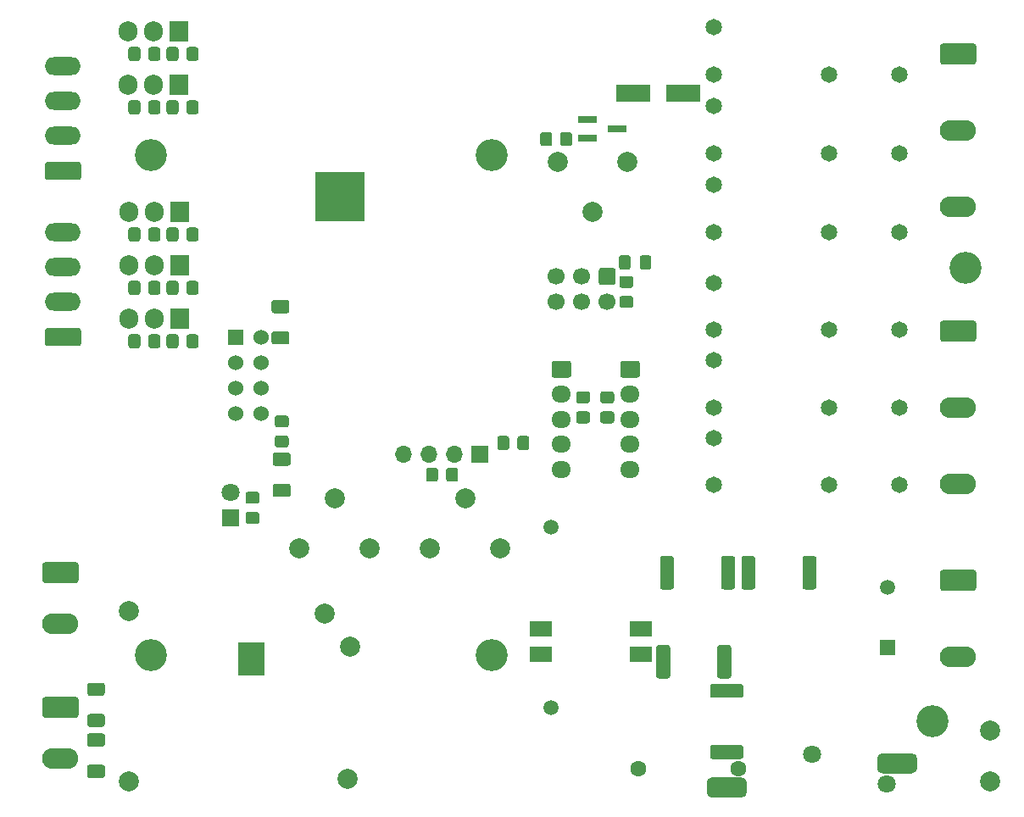
<source format=gbr>
%TF.GenerationSoftware,KiCad,Pcbnew,(5.1.8)-1*%
%TF.CreationDate,2021-03-17T21:52:09+01:00*%
%TF.ProjectId,sensactOutdoor,73656e73-6163-4744-9f75-74646f6f722e,rev?*%
%TF.SameCoordinates,Original*%
%TF.FileFunction,Soldermask,Bot*%
%TF.FilePolarity,Negative*%
%FSLAX46Y46*%
G04 Gerber Fmt 4.6, Leading zero omitted, Abs format (unit mm)*
G04 Created by KiCad (PCBNEW (5.1.8)-1) date 2021-03-17 21:52:09*
%MOMM*%
%LPD*%
G01*
G04 APERTURE LIST*
%ADD10C,3.200000*%
%ADD11R,2.300000X1.500000*%
%ADD12C,1.600000*%
%ADD13R,1.900000X0.800000*%
%ADD14C,2.000000*%
%ADD15R,3.500000X1.800000*%
%ADD16C,1.500000*%
%ADD17R,1.500000X1.500000*%
%ADD18C,1.800000*%
%ADD19O,1.700000X1.700000*%
%ADD20R,1.700000X1.700000*%
%ADD21C,1.524000*%
%ADD22R,1.524000X1.524000*%
%ADD23O,3.600000X2.100000*%
%ADD24C,0.100000*%
%ADD25O,1.905000X2.000000*%
%ADD26R,1.905000X2.000000*%
%ADD27C,1.650000*%
%ADD28O,1.950000X1.700000*%
%ADD29R,5.000000X5.000000*%
%ADD30C,1.700000*%
%ADD31O,3.600000X1.800000*%
%ADD32R,1.800000X1.800000*%
%ADD33O,3.600000X2.080000*%
G04 APERTURE END LIST*
%TO.C,R31*%
G36*
G01*
X95060000Y-89055001D02*
X95060000Y-86204999D01*
G75*
G02*
X95309999Y-85955000I249999J0D01*
G01*
X96210001Y-85955000D01*
G75*
G02*
X96460000Y-86204999I0J-249999D01*
G01*
X96460000Y-89055001D01*
G75*
G02*
X96210001Y-89305000I-249999J0D01*
G01*
X95309999Y-89305000D01*
G75*
G02*
X95060000Y-89055001I0J249999D01*
G01*
G37*
G36*
G01*
X88960000Y-89055001D02*
X88960000Y-86204999D01*
G75*
G02*
X89209999Y-85955000I249999J0D01*
G01*
X90110001Y-85955000D01*
G75*
G02*
X90360000Y-86204999I0J-249999D01*
G01*
X90360000Y-89055001D01*
G75*
G02*
X90110001Y-89305000I-249999J0D01*
G01*
X89209999Y-89305000D01*
G75*
G02*
X88960000Y-89055001I0J249999D01*
G01*
G37*
%TD*%
%TO.C,R32*%
G36*
G01*
X67180000Y-68510999D02*
X67180000Y-69411001D01*
G75*
G02*
X66930001Y-69661000I-249999J0D01*
G01*
X66229999Y-69661000D01*
G75*
G02*
X65980000Y-69411001I0J249999D01*
G01*
X65980000Y-68510999D01*
G75*
G02*
X66229999Y-68261000I249999J0D01*
G01*
X66930001Y-68261000D01*
G75*
G02*
X67180000Y-68510999I0J-249999D01*
G01*
G37*
G36*
G01*
X69180000Y-68510999D02*
X69180000Y-69411001D01*
G75*
G02*
X68930001Y-69661000I-249999J0D01*
G01*
X68229999Y-69661000D01*
G75*
G02*
X67980000Y-69411001I0J249999D01*
G01*
X67980000Y-68510999D01*
G75*
G02*
X68229999Y-68261000I249999J0D01*
G01*
X68930001Y-68261000D01*
G75*
G02*
X69180000Y-68510999I0J-249999D01*
G01*
G37*
%TD*%
%TO.C,Ce*%
G36*
G01*
X50911999Y-69861000D02*
X52212001Y-69861000D01*
G75*
G02*
X52462000Y-70110999I0J-249999D01*
G01*
X52462000Y-70936001D01*
G75*
G02*
X52212001Y-71186000I-249999J0D01*
G01*
X50911999Y-71186000D01*
G75*
G02*
X50662000Y-70936001I0J249999D01*
G01*
X50662000Y-70110999D01*
G75*
G02*
X50911999Y-69861000I249999J0D01*
G01*
G37*
G36*
G01*
X50911999Y-66736000D02*
X52212001Y-66736000D01*
G75*
G02*
X52462000Y-66985999I0J-249999D01*
G01*
X52462000Y-67811001D01*
G75*
G02*
X52212001Y-68061000I-249999J0D01*
G01*
X50911999Y-68061000D01*
G75*
G02*
X50662000Y-67811001I0J249999D01*
G01*
X50662000Y-66985999D01*
G75*
G02*
X50911999Y-66736000I249999J0D01*
G01*
G37*
%TD*%
%TO.C,J15*%
G36*
G01*
X97512000Y-101203000D02*
X94512000Y-101203000D01*
G75*
G02*
X94012000Y-100703000I0J500000D01*
G01*
X94012000Y-99703000D01*
G75*
G02*
X94512000Y-99203000I500000J0D01*
G01*
X97512000Y-99203000D01*
G75*
G02*
X98012000Y-99703000I0J-500000D01*
G01*
X98012000Y-100703000D01*
G75*
G02*
X97512000Y-101203000I-500000J0D01*
G01*
G37*
%TD*%
%TO.C,J14*%
G36*
G01*
X111530000Y-96790000D02*
X114530000Y-96790000D01*
G75*
G02*
X115030000Y-97290000I0J-500000D01*
G01*
X115030000Y-98290000D01*
G75*
G02*
X114530000Y-98790000I-500000J0D01*
G01*
X111530000Y-98790000D01*
G75*
G02*
X111030000Y-98290000I0J500000D01*
G01*
X111030000Y-97290000D01*
G75*
G02*
X111530000Y-96790000I500000J0D01*
G01*
G37*
%TD*%
D10*
%TO.C,H6*%
X116586000Y-93599000D03*
%TD*%
D11*
%TO.C,U8*%
X77423000Y-84328000D03*
X77423000Y-86868000D03*
X87423000Y-86868000D03*
X87423000Y-84328000D03*
%TD*%
%TO.C,R30*%
G36*
G01*
X94586999Y-95951000D02*
X97437001Y-95951000D01*
G75*
G02*
X97687000Y-96200999I0J-249999D01*
G01*
X97687000Y-97101001D01*
G75*
G02*
X97437001Y-97351000I-249999J0D01*
G01*
X94586999Y-97351000D01*
G75*
G02*
X94337000Y-97101001I0J249999D01*
G01*
X94337000Y-96200999D01*
G75*
G02*
X94586999Y-95951000I249999J0D01*
G01*
G37*
G36*
G01*
X94586999Y-89851000D02*
X97437001Y-89851000D01*
G75*
G02*
X97687000Y-90100999I0J-249999D01*
G01*
X97687000Y-91001001D01*
G75*
G02*
X97437001Y-91251000I-249999J0D01*
G01*
X94586999Y-91251000D01*
G75*
G02*
X94337000Y-91001001I0J249999D01*
G01*
X94337000Y-90100999D01*
G75*
G02*
X94586999Y-89851000I249999J0D01*
G01*
G37*
%TD*%
%TO.C,R28*%
G36*
G01*
X103569000Y-80165001D02*
X103569000Y-77314999D01*
G75*
G02*
X103818999Y-77065000I249999J0D01*
G01*
X104719001Y-77065000D01*
G75*
G02*
X104969000Y-77314999I0J-249999D01*
G01*
X104969000Y-80165001D01*
G75*
G02*
X104719001Y-80415000I-249999J0D01*
G01*
X103818999Y-80415000D01*
G75*
G02*
X103569000Y-80165001I0J249999D01*
G01*
G37*
G36*
G01*
X97469000Y-80165001D02*
X97469000Y-77314999D01*
G75*
G02*
X97718999Y-77065000I249999J0D01*
G01*
X98619001Y-77065000D01*
G75*
G02*
X98869000Y-77314999I0J-249999D01*
G01*
X98869000Y-80165001D01*
G75*
G02*
X98619001Y-80415000I-249999J0D01*
G01*
X97718999Y-80415000D01*
G75*
G02*
X97469000Y-80165001I0J249999D01*
G01*
G37*
%TD*%
%TO.C,R16*%
G36*
G01*
X95441000Y-80165001D02*
X95441000Y-77314999D01*
G75*
G02*
X95690999Y-77065000I249999J0D01*
G01*
X96591001Y-77065000D01*
G75*
G02*
X96841000Y-77314999I0J-249999D01*
G01*
X96841000Y-80165001D01*
G75*
G02*
X96591001Y-80415000I-249999J0D01*
G01*
X95690999Y-80415000D01*
G75*
G02*
X95441000Y-80165001I0J249999D01*
G01*
G37*
G36*
G01*
X89341000Y-80165001D02*
X89341000Y-77314999D01*
G75*
G02*
X89590999Y-77065000I249999J0D01*
G01*
X90491001Y-77065000D01*
G75*
G02*
X90741000Y-77314999I0J-249999D01*
G01*
X90741000Y-80165001D01*
G75*
G02*
X90491001Y-80415000I-249999J0D01*
G01*
X89590999Y-80415000D01*
G75*
G02*
X89341000Y-80165001I0J249999D01*
G01*
G37*
%TD*%
D12*
%TO.C,C23*%
X87155000Y-98298000D03*
X97155000Y-98298000D03*
%TD*%
%TO.C,R29*%
G36*
G01*
X52012001Y-64227000D02*
X51111999Y-64227000D01*
G75*
G02*
X50862000Y-63977001I0J249999D01*
G01*
X50862000Y-63276999D01*
G75*
G02*
X51111999Y-63027000I249999J0D01*
G01*
X52012001Y-63027000D01*
G75*
G02*
X52262000Y-63276999I0J-249999D01*
G01*
X52262000Y-63977001D01*
G75*
G02*
X52012001Y-64227000I-249999J0D01*
G01*
G37*
G36*
G01*
X52012001Y-66227000D02*
X51111999Y-66227000D01*
G75*
G02*
X50862000Y-65977001I0J249999D01*
G01*
X50862000Y-65276999D01*
G75*
G02*
X51111999Y-65027000I249999J0D01*
G01*
X52012001Y-65027000D01*
G75*
G02*
X52262000Y-65276999I0J-249999D01*
G01*
X52262000Y-65977001D01*
G75*
G02*
X52012001Y-66227000I-249999J0D01*
G01*
G37*
%TD*%
D13*
%TO.C,Q6*%
X85066000Y-34417000D03*
X82066000Y-33467000D03*
X82066000Y-35367000D03*
%TD*%
D14*
%TO.C,J13*%
X79121000Y-37672000D03*
X82621000Y-42672000D03*
X86121001Y-37672000D03*
%TD*%
%TO.C,J12*%
X73395601Y-76327000D03*
X69895601Y-71327000D03*
X66395600Y-76327000D03*
%TD*%
%TO.C,J10*%
X60340001Y-76327000D03*
X56840001Y-71327000D03*
X53340000Y-76327000D03*
%TD*%
D15*
%TO.C,D4*%
X91654000Y-30861000D03*
X86654000Y-30861000D03*
%TD*%
D16*
%TO.C,PS1*%
X78450000Y-74202000D03*
X78450000Y-92202000D03*
X112050000Y-80202000D03*
D17*
X112050000Y-86202000D03*
%TD*%
D18*
%TO.C,RV1*%
X104514000Y-96922000D03*
X112014000Y-99822000D03*
%TD*%
D14*
%TO.C,F1*%
X122301000Y-94488000D03*
X122301000Y-99568000D03*
%TD*%
%TO.C,TP4*%
X36322000Y-99568000D03*
%TD*%
%TO.C,TP2*%
X58166000Y-99314000D03*
%TD*%
D19*
%TO.C,U7*%
X63754000Y-66929000D03*
X66294000Y-66929000D03*
X68834000Y-66929000D03*
D20*
X71374000Y-66929000D03*
%TD*%
%TO.C,C22*%
G36*
G01*
X52085001Y-52821000D02*
X50784999Y-52821000D01*
G75*
G02*
X50535000Y-52571001I0J249999D01*
G01*
X50535000Y-51745999D01*
G75*
G02*
X50784999Y-51496000I249999J0D01*
G01*
X52085001Y-51496000D01*
G75*
G02*
X52335000Y-51745999I0J-249999D01*
G01*
X52335000Y-52571001D01*
G75*
G02*
X52085001Y-52821000I-249999J0D01*
G01*
G37*
G36*
G01*
X52085001Y-55946000D02*
X50784999Y-55946000D01*
G75*
G02*
X50535000Y-55696001I0J249999D01*
G01*
X50535000Y-54870999D01*
G75*
G02*
X50784999Y-54621000I249999J0D01*
G01*
X52085001Y-54621000D01*
G75*
G02*
X52335000Y-54870999I0J-249999D01*
G01*
X52335000Y-55696001D01*
G75*
G02*
X52085001Y-55946000I-249999J0D01*
G01*
G37*
%TD*%
D21*
%TO.C,U6*%
X49530000Y-62865000D03*
X46990000Y-62865000D03*
X49530000Y-60325000D03*
X46990000Y-60325000D03*
X49530000Y-57785000D03*
X46990000Y-57785000D03*
X49530000Y-55245000D03*
D22*
X46990000Y-55245000D03*
%TD*%
D14*
%TO.C,TP3*%
X58420000Y-86106000D03*
%TD*%
%TO.C,TP5*%
X36322000Y-82550000D03*
%TD*%
%TO.C,TP1*%
X55880000Y-82804000D03*
%TD*%
D10*
%TO.C,H5*%
X119888000Y-48260000D03*
%TD*%
D23*
%TO.C,J9*%
X119126000Y-87122000D03*
G36*
G01*
X117576000Y-78452000D02*
X120676000Y-78452000D01*
G75*
G02*
X120926000Y-78702000I0J-250000D01*
G01*
X120926000Y-80302000D01*
G75*
G02*
X120676000Y-80552000I-250000J0D01*
G01*
X117576000Y-80552000D01*
G75*
G02*
X117326000Y-80302000I0J250000D01*
G01*
X117326000Y-78702000D01*
G75*
G02*
X117576000Y-78452000I250000J0D01*
G01*
G37*
%TD*%
%TO.C,J3*%
X119126000Y-69850000D03*
X119126000Y-62230000D03*
G36*
G01*
X117576000Y-53560000D02*
X120676000Y-53560000D01*
G75*
G02*
X120926000Y-53810000I0J-250000D01*
G01*
X120926000Y-55410000D01*
G75*
G02*
X120676000Y-55660000I-250000J0D01*
G01*
X117576000Y-55660000D01*
G75*
G02*
X117326000Y-55410000I0J250000D01*
G01*
X117326000Y-53810000D01*
G75*
G02*
X117576000Y-53560000I250000J0D01*
G01*
G37*
%TD*%
%TO.C,J2*%
X119126000Y-42164000D03*
X119126000Y-34544000D03*
G36*
G01*
X117576000Y-25874000D02*
X120676000Y-25874000D01*
G75*
G02*
X120926000Y-26124000I0J-250000D01*
G01*
X120926000Y-27724000D01*
G75*
G02*
X120676000Y-27974000I-250000J0D01*
G01*
X117576000Y-27974000D01*
G75*
G02*
X117326000Y-27724000I0J250000D01*
G01*
X117326000Y-26124000D01*
G75*
G02*
X117576000Y-25874000I250000J0D01*
G01*
G37*
%TD*%
D24*
%TO.C,U2*%
G36*
X49814000Y-85726000D02*
G01*
X49814000Y-89026000D01*
X47214000Y-89026000D01*
X47214000Y-85726000D01*
X49814000Y-85726000D01*
G37*
%TD*%
%TO.C,R27*%
G36*
G01*
X75092000Y-66236001D02*
X75092000Y-65335999D01*
G75*
G02*
X75341999Y-65086000I249999J0D01*
G01*
X76042001Y-65086000D01*
G75*
G02*
X76292000Y-65335999I0J-249999D01*
G01*
X76292000Y-66236001D01*
G75*
G02*
X76042001Y-66486000I-249999J0D01*
G01*
X75341999Y-66486000D01*
G75*
G02*
X75092000Y-66236001I0J249999D01*
G01*
G37*
G36*
G01*
X73092000Y-66236001D02*
X73092000Y-65335999D01*
G75*
G02*
X73341999Y-65086000I249999J0D01*
G01*
X74042001Y-65086000D01*
G75*
G02*
X74292000Y-65335999I0J-249999D01*
G01*
X74292000Y-66236001D01*
G75*
G02*
X74042001Y-66486000I-249999J0D01*
G01*
X73341999Y-66486000D01*
G75*
G02*
X73092000Y-66236001I0J249999D01*
G01*
G37*
%TD*%
D25*
%TO.C,Q3*%
X36195000Y-29972000D03*
X38735000Y-29972000D03*
D26*
X41275000Y-29972000D03*
%TD*%
D27*
%TO.C,K6*%
X113242000Y-69977000D03*
X106242000Y-69977000D03*
X94742000Y-65277000D03*
X94742000Y-69977000D03*
%TD*%
%TO.C,K5*%
X113242000Y-62230000D03*
X106242000Y-62230000D03*
X94742000Y-57530000D03*
X94742000Y-62230000D03*
%TD*%
%TO.C,K4*%
X113242000Y-54483000D03*
X106242000Y-54483000D03*
X94742000Y-49783000D03*
X94742000Y-54483000D03*
%TD*%
%TO.C,K3*%
X113242000Y-44704000D03*
X106242000Y-44704000D03*
X94742000Y-40004000D03*
X94742000Y-44704000D03*
%TD*%
%TO.C,K2*%
X113242000Y-36830000D03*
X106242000Y-36830000D03*
X94742000Y-32130000D03*
X94742000Y-36830000D03*
%TD*%
%TO.C,K1*%
X113242000Y-28956000D03*
X106242000Y-28956000D03*
X94742000Y-24256000D03*
X94742000Y-28956000D03*
%TD*%
D28*
%TO.C,J11*%
X79502000Y-68420000D03*
X79502000Y-65920000D03*
X79502000Y-63420000D03*
X79502000Y-60920000D03*
G36*
G01*
X78777000Y-57570000D02*
X80227000Y-57570000D01*
G75*
G02*
X80477000Y-57820000I0J-250000D01*
G01*
X80477000Y-59020000D01*
G75*
G02*
X80227000Y-59270000I-250000J0D01*
G01*
X78777000Y-59270000D01*
G75*
G02*
X78527000Y-59020000I0J250000D01*
G01*
X78527000Y-57820000D01*
G75*
G02*
X78777000Y-57570000I250000J0D01*
G01*
G37*
%TD*%
%TO.C,R26*%
G36*
G01*
X82111001Y-61830000D02*
X81210999Y-61830000D01*
G75*
G02*
X80961000Y-61580001I0J249999D01*
G01*
X80961000Y-60879999D01*
G75*
G02*
X81210999Y-60630000I249999J0D01*
G01*
X82111001Y-60630000D01*
G75*
G02*
X82361000Y-60879999I0J-249999D01*
G01*
X82361000Y-61580001D01*
G75*
G02*
X82111001Y-61830000I-249999J0D01*
G01*
G37*
G36*
G01*
X82111001Y-63830000D02*
X81210999Y-63830000D01*
G75*
G02*
X80961000Y-63580001I0J249999D01*
G01*
X80961000Y-62879999D01*
G75*
G02*
X81210999Y-62630000I249999J0D01*
G01*
X82111001Y-62630000D01*
G75*
G02*
X82361000Y-62879999I0J-249999D01*
G01*
X82361000Y-63580001D01*
G75*
G02*
X82111001Y-63830000I-249999J0D01*
G01*
G37*
%TD*%
%TO.C,R25*%
G36*
G01*
X84524001Y-61830000D02*
X83623999Y-61830000D01*
G75*
G02*
X83374000Y-61580001I0J249999D01*
G01*
X83374000Y-60879999D01*
G75*
G02*
X83623999Y-60630000I249999J0D01*
G01*
X84524001Y-60630000D01*
G75*
G02*
X84774000Y-60879999I0J-249999D01*
G01*
X84774000Y-61580001D01*
G75*
G02*
X84524001Y-61830000I-249999J0D01*
G01*
G37*
G36*
G01*
X84524001Y-63830000D02*
X83623999Y-63830000D01*
G75*
G02*
X83374000Y-63580001I0J249999D01*
G01*
X83374000Y-62879999D01*
G75*
G02*
X83623999Y-62630000I249999J0D01*
G01*
X84524001Y-62630000D01*
G75*
G02*
X84774000Y-62879999I0J-249999D01*
G01*
X84774000Y-63580001D01*
G75*
G02*
X84524001Y-63830000I-249999J0D01*
G01*
G37*
%TD*%
D29*
%TO.C,U1*%
X57404000Y-41148000D03*
%TD*%
%TO.C,R9*%
G36*
G01*
X85528999Y-51089000D02*
X86429001Y-51089000D01*
G75*
G02*
X86679000Y-51338999I0J-249999D01*
G01*
X86679000Y-52039001D01*
G75*
G02*
X86429001Y-52289000I-249999J0D01*
G01*
X85528999Y-52289000D01*
G75*
G02*
X85279000Y-52039001I0J249999D01*
G01*
X85279000Y-51338999D01*
G75*
G02*
X85528999Y-51089000I249999J0D01*
G01*
G37*
G36*
G01*
X85528999Y-49089000D02*
X86429001Y-49089000D01*
G75*
G02*
X86679000Y-49338999I0J-249999D01*
G01*
X86679000Y-50039001D01*
G75*
G02*
X86429001Y-50289000I-249999J0D01*
G01*
X85528999Y-50289000D01*
G75*
G02*
X85279000Y-50039001I0J249999D01*
G01*
X85279000Y-49338999D01*
G75*
G02*
X85528999Y-49089000I249999J0D01*
G01*
G37*
%TD*%
%TO.C,C15*%
G36*
G01*
X86418000Y-47277000D02*
X86418000Y-48227000D01*
G75*
G02*
X86168000Y-48477000I-250000J0D01*
G01*
X85493000Y-48477000D01*
G75*
G02*
X85243000Y-48227000I0J250000D01*
G01*
X85243000Y-47277000D01*
G75*
G02*
X85493000Y-47027000I250000J0D01*
G01*
X86168000Y-47027000D01*
G75*
G02*
X86418000Y-47277000I0J-250000D01*
G01*
G37*
G36*
G01*
X88493000Y-47277000D02*
X88493000Y-48227000D01*
G75*
G02*
X88243000Y-48477000I-250000J0D01*
G01*
X87568000Y-48477000D01*
G75*
G02*
X87318000Y-48227000I0J250000D01*
G01*
X87318000Y-47277000D01*
G75*
G02*
X87568000Y-47027000I250000J0D01*
G01*
X88243000Y-47027000D01*
G75*
G02*
X88493000Y-47277000I0J-250000D01*
G01*
G37*
%TD*%
%TO.C,R21*%
G36*
G01*
X41256000Y-49841999D02*
X41256000Y-50742001D01*
G75*
G02*
X41006001Y-50992000I-249999J0D01*
G01*
X40305999Y-50992000D01*
G75*
G02*
X40056000Y-50742001I0J249999D01*
G01*
X40056000Y-49841999D01*
G75*
G02*
X40305999Y-49592000I249999J0D01*
G01*
X41006001Y-49592000D01*
G75*
G02*
X41256000Y-49841999I0J-249999D01*
G01*
G37*
G36*
G01*
X43256000Y-49841999D02*
X43256000Y-50742001D01*
G75*
G02*
X43006001Y-50992000I-249999J0D01*
G01*
X42305999Y-50992000D01*
G75*
G02*
X42056000Y-50742001I0J249999D01*
G01*
X42056000Y-49841999D01*
G75*
G02*
X42305999Y-49592000I249999J0D01*
G01*
X43006001Y-49592000D01*
G75*
G02*
X43256000Y-49841999I0J-249999D01*
G01*
G37*
%TD*%
%TO.C,R19*%
G36*
G01*
X41256000Y-44507999D02*
X41256000Y-45408001D01*
G75*
G02*
X41006001Y-45658000I-249999J0D01*
G01*
X40305999Y-45658000D01*
G75*
G02*
X40056000Y-45408001I0J249999D01*
G01*
X40056000Y-44507999D01*
G75*
G02*
X40305999Y-44258000I249999J0D01*
G01*
X41006001Y-44258000D01*
G75*
G02*
X41256000Y-44507999I0J-249999D01*
G01*
G37*
G36*
G01*
X43256000Y-44507999D02*
X43256000Y-45408001D01*
G75*
G02*
X43006001Y-45658000I-249999J0D01*
G01*
X42305999Y-45658000D01*
G75*
G02*
X42056000Y-45408001I0J249999D01*
G01*
X42056000Y-44507999D01*
G75*
G02*
X42305999Y-44258000I249999J0D01*
G01*
X43006001Y-44258000D01*
G75*
G02*
X43256000Y-44507999I0J-249999D01*
G01*
G37*
%TD*%
D28*
%TO.C,J7*%
X86360000Y-68420000D03*
X86360000Y-65920000D03*
X86360000Y-63420000D03*
X86360000Y-60920000D03*
G36*
G01*
X85635000Y-57570000D02*
X87085000Y-57570000D01*
G75*
G02*
X87335000Y-57820000I0J-250000D01*
G01*
X87335000Y-59020000D01*
G75*
G02*
X87085000Y-59270000I-250000J0D01*
G01*
X85635000Y-59270000D01*
G75*
G02*
X85385000Y-59020000I0J250000D01*
G01*
X85385000Y-57820000D01*
G75*
G02*
X85635000Y-57570000I250000J0D01*
G01*
G37*
%TD*%
D30*
%TO.C,J4*%
X78994000Y-51689000D03*
X81534000Y-51689000D03*
X84074000Y-51689000D03*
X78994000Y-49149000D03*
X81534000Y-49149000D03*
G36*
G01*
X83474000Y-48299000D02*
X84674000Y-48299000D01*
G75*
G02*
X84924000Y-48549000I0J-250000D01*
G01*
X84924000Y-49749000D01*
G75*
G02*
X84674000Y-49999000I-250000J0D01*
G01*
X83474000Y-49999000D01*
G75*
G02*
X83224000Y-49749000I0J250000D01*
G01*
X83224000Y-48549000D01*
G75*
G02*
X83474000Y-48299000I250000J0D01*
G01*
G37*
%TD*%
D31*
%TO.C,J8*%
X29718000Y-44704000D03*
X29718000Y-48204000D03*
X29718000Y-51704000D03*
G36*
G01*
X31268000Y-56104000D02*
X28168000Y-56104000D01*
G75*
G02*
X27918000Y-55854000I0J250000D01*
G01*
X27918000Y-54554000D01*
G75*
G02*
X28168000Y-54304000I250000J0D01*
G01*
X31268000Y-54304000D01*
G75*
G02*
X31518000Y-54554000I0J-250000D01*
G01*
X31518000Y-55854000D01*
G75*
G02*
X31268000Y-56104000I-250000J0D01*
G01*
G37*
%TD*%
D10*
%TO.C,H3*%
X38500000Y-87000000D03*
%TD*%
%TO.C,R22*%
G36*
G01*
X37446000Y-49841999D02*
X37446000Y-50742001D01*
G75*
G02*
X37196001Y-50992000I-249999J0D01*
G01*
X36495999Y-50992000D01*
G75*
G02*
X36246000Y-50742001I0J249999D01*
G01*
X36246000Y-49841999D01*
G75*
G02*
X36495999Y-49592000I249999J0D01*
G01*
X37196001Y-49592000D01*
G75*
G02*
X37446000Y-49841999I0J-249999D01*
G01*
G37*
G36*
G01*
X39446000Y-49841999D02*
X39446000Y-50742001D01*
G75*
G02*
X39196001Y-50992000I-249999J0D01*
G01*
X38495999Y-50992000D01*
G75*
G02*
X38246000Y-50742001I0J249999D01*
G01*
X38246000Y-49841999D01*
G75*
G02*
X38495999Y-49592000I249999J0D01*
G01*
X39196001Y-49592000D01*
G75*
G02*
X39446000Y-49841999I0J-249999D01*
G01*
G37*
%TD*%
%TO.C,R20*%
G36*
G01*
X37446000Y-44507999D02*
X37446000Y-45408001D01*
G75*
G02*
X37196001Y-45658000I-249999J0D01*
G01*
X36495999Y-45658000D01*
G75*
G02*
X36246000Y-45408001I0J249999D01*
G01*
X36246000Y-44507999D01*
G75*
G02*
X36495999Y-44258000I249999J0D01*
G01*
X37196001Y-44258000D01*
G75*
G02*
X37446000Y-44507999I0J-249999D01*
G01*
G37*
G36*
G01*
X39446000Y-44507999D02*
X39446000Y-45408001D01*
G75*
G02*
X39196001Y-45658000I-249999J0D01*
G01*
X38495999Y-45658000D01*
G75*
G02*
X38246000Y-45408001I0J249999D01*
G01*
X38246000Y-44507999D01*
G75*
G02*
X38495999Y-44258000I249999J0D01*
G01*
X39196001Y-44258000D01*
G75*
G02*
X39446000Y-44507999I0J-249999D01*
G01*
G37*
%TD*%
%TO.C,R18*%
G36*
G01*
X37446000Y-31807999D02*
X37446000Y-32708001D01*
G75*
G02*
X37196001Y-32958000I-249999J0D01*
G01*
X36495999Y-32958000D01*
G75*
G02*
X36246000Y-32708001I0J249999D01*
G01*
X36246000Y-31807999D01*
G75*
G02*
X36495999Y-31558000I249999J0D01*
G01*
X37196001Y-31558000D01*
G75*
G02*
X37446000Y-31807999I0J-249999D01*
G01*
G37*
G36*
G01*
X39446000Y-31807999D02*
X39446000Y-32708001D01*
G75*
G02*
X39196001Y-32958000I-249999J0D01*
G01*
X38495999Y-32958000D01*
G75*
G02*
X38246000Y-32708001I0J249999D01*
G01*
X38246000Y-31807999D01*
G75*
G02*
X38495999Y-31558000I249999J0D01*
G01*
X39196001Y-31558000D01*
G75*
G02*
X39446000Y-31807999I0J-249999D01*
G01*
G37*
%TD*%
%TO.C,R17*%
G36*
G01*
X41256000Y-31807999D02*
X41256000Y-32708001D01*
G75*
G02*
X41006001Y-32958000I-249999J0D01*
G01*
X40305999Y-32958000D01*
G75*
G02*
X40056000Y-32708001I0J249999D01*
G01*
X40056000Y-31807999D01*
G75*
G02*
X40305999Y-31558000I249999J0D01*
G01*
X41006001Y-31558000D01*
G75*
G02*
X41256000Y-31807999I0J-249999D01*
G01*
G37*
G36*
G01*
X43256000Y-31807999D02*
X43256000Y-32708001D01*
G75*
G02*
X43006001Y-32958000I-249999J0D01*
G01*
X42305999Y-32958000D01*
G75*
G02*
X42056000Y-32708001I0J249999D01*
G01*
X42056000Y-31807999D01*
G75*
G02*
X42305999Y-31558000I249999J0D01*
G01*
X43006001Y-31558000D01*
G75*
G02*
X43256000Y-31807999I0J-249999D01*
G01*
G37*
%TD*%
%TO.C,R15*%
G36*
G01*
X37446000Y-26473999D02*
X37446000Y-27374001D01*
G75*
G02*
X37196001Y-27624000I-249999J0D01*
G01*
X36495999Y-27624000D01*
G75*
G02*
X36246000Y-27374001I0J249999D01*
G01*
X36246000Y-26473999D01*
G75*
G02*
X36495999Y-26224000I249999J0D01*
G01*
X37196001Y-26224000D01*
G75*
G02*
X37446000Y-26473999I0J-249999D01*
G01*
G37*
G36*
G01*
X39446000Y-26473999D02*
X39446000Y-27374001D01*
G75*
G02*
X39196001Y-27624000I-249999J0D01*
G01*
X38495999Y-27624000D01*
G75*
G02*
X38246000Y-27374001I0J249999D01*
G01*
X38246000Y-26473999D01*
G75*
G02*
X38495999Y-26224000I249999J0D01*
G01*
X39196001Y-26224000D01*
G75*
G02*
X39446000Y-26473999I0J-249999D01*
G01*
G37*
%TD*%
%TO.C,R14*%
G36*
G01*
X41256000Y-26473999D02*
X41256000Y-27374001D01*
G75*
G02*
X41006001Y-27624000I-249999J0D01*
G01*
X40305999Y-27624000D01*
G75*
G02*
X40056000Y-27374001I0J249999D01*
G01*
X40056000Y-26473999D01*
G75*
G02*
X40305999Y-26224000I249999J0D01*
G01*
X41006001Y-26224000D01*
G75*
G02*
X41256000Y-26473999I0J-249999D01*
G01*
G37*
G36*
G01*
X43256000Y-26473999D02*
X43256000Y-27374001D01*
G75*
G02*
X43006001Y-27624000I-249999J0D01*
G01*
X42305999Y-27624000D01*
G75*
G02*
X42056000Y-27374001I0J249999D01*
G01*
X42056000Y-26473999D01*
G75*
G02*
X42305999Y-26224000I249999J0D01*
G01*
X43006001Y-26224000D01*
G75*
G02*
X43256000Y-26473999I0J-249999D01*
G01*
G37*
%TD*%
%TO.C,R13*%
G36*
G01*
X49091001Y-71863000D02*
X48190999Y-71863000D01*
G75*
G02*
X47941000Y-71613001I0J249999D01*
G01*
X47941000Y-70912999D01*
G75*
G02*
X48190999Y-70663000I249999J0D01*
G01*
X49091001Y-70663000D01*
G75*
G02*
X49341000Y-70912999I0J-249999D01*
G01*
X49341000Y-71613001D01*
G75*
G02*
X49091001Y-71863000I-249999J0D01*
G01*
G37*
G36*
G01*
X49091001Y-73863000D02*
X48190999Y-73863000D01*
G75*
G02*
X47941000Y-73613001I0J249999D01*
G01*
X47941000Y-72912999D01*
G75*
G02*
X48190999Y-72663000I249999J0D01*
G01*
X49091001Y-72663000D01*
G75*
G02*
X49341000Y-72912999I0J-249999D01*
G01*
X49341000Y-73613001D01*
G75*
G02*
X49091001Y-73863000I-249999J0D01*
G01*
G37*
%TD*%
%TO.C,R12*%
G36*
G01*
X37446000Y-55175999D02*
X37446000Y-56076001D01*
G75*
G02*
X37196001Y-56326000I-249999J0D01*
G01*
X36495999Y-56326000D01*
G75*
G02*
X36246000Y-56076001I0J249999D01*
G01*
X36246000Y-55175999D01*
G75*
G02*
X36495999Y-54926000I249999J0D01*
G01*
X37196001Y-54926000D01*
G75*
G02*
X37446000Y-55175999I0J-249999D01*
G01*
G37*
G36*
G01*
X39446000Y-55175999D02*
X39446000Y-56076001D01*
G75*
G02*
X39196001Y-56326000I-249999J0D01*
G01*
X38495999Y-56326000D01*
G75*
G02*
X38246000Y-56076001I0J249999D01*
G01*
X38246000Y-55175999D01*
G75*
G02*
X38495999Y-54926000I249999J0D01*
G01*
X39196001Y-54926000D01*
G75*
G02*
X39446000Y-55175999I0J-249999D01*
G01*
G37*
%TD*%
%TO.C,R11*%
G36*
G01*
X41256000Y-55175999D02*
X41256000Y-56076001D01*
G75*
G02*
X41006001Y-56326000I-249999J0D01*
G01*
X40305999Y-56326000D01*
G75*
G02*
X40056000Y-56076001I0J249999D01*
G01*
X40056000Y-55175999D01*
G75*
G02*
X40305999Y-54926000I249999J0D01*
G01*
X41006001Y-54926000D01*
G75*
G02*
X41256000Y-55175999I0J-249999D01*
G01*
G37*
G36*
G01*
X43256000Y-55175999D02*
X43256000Y-56076001D01*
G75*
G02*
X43006001Y-56326000I-249999J0D01*
G01*
X42305999Y-56326000D01*
G75*
G02*
X42056000Y-56076001I0J249999D01*
G01*
X42056000Y-55175999D01*
G75*
G02*
X42305999Y-54926000I249999J0D01*
G01*
X43006001Y-54926000D01*
G75*
G02*
X43256000Y-55175999I0J-249999D01*
G01*
G37*
%TD*%
%TO.C,R5*%
G36*
G01*
X79378000Y-35883001D02*
X79378000Y-34982999D01*
G75*
G02*
X79627999Y-34733000I249999J0D01*
G01*
X80328001Y-34733000D01*
G75*
G02*
X80578000Y-34982999I0J-249999D01*
G01*
X80578000Y-35883001D01*
G75*
G02*
X80328001Y-36133000I-249999J0D01*
G01*
X79627999Y-36133000D01*
G75*
G02*
X79378000Y-35883001I0J249999D01*
G01*
G37*
G36*
G01*
X77378000Y-35883001D02*
X77378000Y-34982999D01*
G75*
G02*
X77627999Y-34733000I249999J0D01*
G01*
X78328001Y-34733000D01*
G75*
G02*
X78578000Y-34982999I0J-249999D01*
G01*
X78578000Y-35883001D01*
G75*
G02*
X78328001Y-36133000I-249999J0D01*
G01*
X77627999Y-36133000D01*
G75*
G02*
X77378000Y-35883001I0J249999D01*
G01*
G37*
%TD*%
D18*
%TO.C,D3*%
X46482000Y-70739000D03*
D32*
X46482000Y-73279000D03*
%TD*%
D10*
%TO.C,H4*%
X72500000Y-87000000D03*
%TD*%
D25*
%TO.C,Q4*%
X36322000Y-42672000D03*
X38862000Y-42672000D03*
D26*
X41402000Y-42672000D03*
%TD*%
%TO.C,R2*%
G36*
G01*
X32395000Y-92848000D02*
X33645000Y-92848000D01*
G75*
G02*
X33895000Y-93098000I0J-250000D01*
G01*
X33895000Y-93898000D01*
G75*
G02*
X33645000Y-94148000I-250000J0D01*
G01*
X32395000Y-94148000D01*
G75*
G02*
X32145000Y-93898000I0J250000D01*
G01*
X32145000Y-93098000D01*
G75*
G02*
X32395000Y-92848000I250000J0D01*
G01*
G37*
G36*
G01*
X32395000Y-89748000D02*
X33645000Y-89748000D01*
G75*
G02*
X33895000Y-89998000I0J-250000D01*
G01*
X33895000Y-90798000D01*
G75*
G02*
X33645000Y-91048000I-250000J0D01*
G01*
X32395000Y-91048000D01*
G75*
G02*
X32145000Y-90798000I0J250000D01*
G01*
X32145000Y-89998000D01*
G75*
G02*
X32395000Y-89748000I250000J0D01*
G01*
G37*
%TD*%
D25*
%TO.C,Q5*%
X36322000Y-48006000D03*
X38862000Y-48006000D03*
D26*
X41402000Y-48006000D03*
%TD*%
D25*
%TO.C,Q2*%
X36195000Y-24638000D03*
X38735000Y-24638000D03*
D26*
X41275000Y-24638000D03*
%TD*%
D25*
%TO.C,Q1*%
X36322000Y-53340000D03*
X38862000Y-53340000D03*
D26*
X41402000Y-53340000D03*
%TD*%
D31*
%TO.C,J6*%
X29718000Y-28108000D03*
X29718000Y-31608000D03*
X29718000Y-35108000D03*
G36*
G01*
X31268000Y-39508000D02*
X28168000Y-39508000D01*
G75*
G02*
X27918000Y-39258000I0J250000D01*
G01*
X27918000Y-37958000D01*
G75*
G02*
X28168000Y-37708000I250000J0D01*
G01*
X31268000Y-37708000D01*
G75*
G02*
X31518000Y-37958000I0J-250000D01*
G01*
X31518000Y-39258000D01*
G75*
G02*
X31268000Y-39508000I-250000J0D01*
G01*
G37*
%TD*%
D33*
%TO.C,J5*%
X29464000Y-97282000D03*
G36*
G01*
X27913999Y-91162000D02*
X31014001Y-91162000D01*
G75*
G02*
X31264000Y-91411999I0J-249999D01*
G01*
X31264000Y-92992001D01*
G75*
G02*
X31014001Y-93242000I-249999J0D01*
G01*
X27913999Y-93242000D01*
G75*
G02*
X27664000Y-92992001I0J249999D01*
G01*
X27664000Y-91411999D01*
G75*
G02*
X27913999Y-91162000I249999J0D01*
G01*
G37*
%TD*%
%TO.C,J1*%
X29464000Y-83820000D03*
G36*
G01*
X27913999Y-77700000D02*
X31014001Y-77700000D01*
G75*
G02*
X31264000Y-77949999I0J-249999D01*
G01*
X31264000Y-79530001D01*
G75*
G02*
X31014001Y-79780000I-249999J0D01*
G01*
X27913999Y-79780000D01*
G75*
G02*
X27664000Y-79530001I0J249999D01*
G01*
X27664000Y-77949999D01*
G75*
G02*
X27913999Y-77700000I249999J0D01*
G01*
G37*
%TD*%
D10*
%TO.C,H2*%
X38500000Y-37000000D03*
%TD*%
%TO.C,H1*%
X72500000Y-37000000D03*
%TD*%
%TO.C,C10*%
G36*
G01*
X33670001Y-96128000D02*
X32369999Y-96128000D01*
G75*
G02*
X32120000Y-95878001I0J249999D01*
G01*
X32120000Y-95052999D01*
G75*
G02*
X32369999Y-94803000I249999J0D01*
G01*
X33670001Y-94803000D01*
G75*
G02*
X33920000Y-95052999I0J-249999D01*
G01*
X33920000Y-95878001D01*
G75*
G02*
X33670001Y-96128000I-249999J0D01*
G01*
G37*
G36*
G01*
X33670001Y-99253000D02*
X32369999Y-99253000D01*
G75*
G02*
X32120000Y-99003001I0J249999D01*
G01*
X32120000Y-98177999D01*
G75*
G02*
X32369999Y-97928000I249999J0D01*
G01*
X33670001Y-97928000D01*
G75*
G02*
X33920000Y-98177999I0J-249999D01*
G01*
X33920000Y-99003001D01*
G75*
G02*
X33670001Y-99253000I-249999J0D01*
G01*
G37*
%TD*%
M02*

</source>
